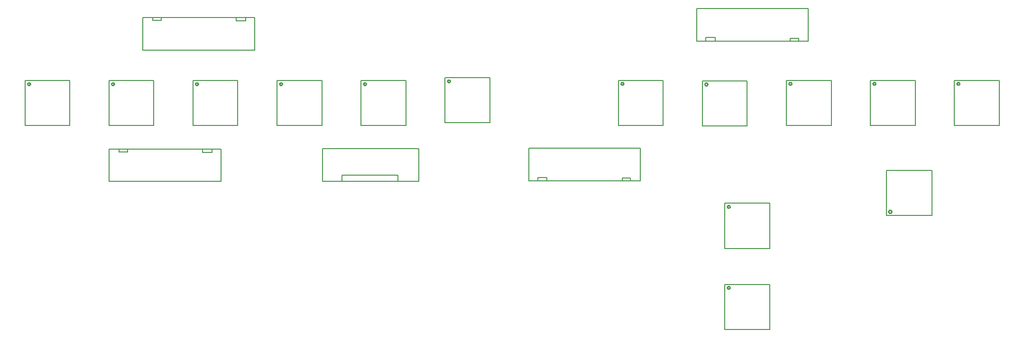
<source format=gm1>
G04*
G04 #@! TF.GenerationSoftware,Altium Limited,Altium Designer,20.2.6 (244)*
G04*
G04 Layer_Color=16711935*
%FSLAX25Y25*%
%MOIN*%
G70*
G04*
G04 #@! TF.SameCoordinates,84CE4F0F-00B1-48B8-8D41-A7CC789AE08E*
G04*
G04*
G04 #@! TF.FilePolarity,Positive*
G04*
G01*
G75*
%ADD10C,0.01000*%
%ADD11C,0.00787*%
%ADD33C,0.00700*%
D10*
X633494Y100492D02*
X632987Y101370D01*
X631974D01*
X631467Y100492D01*
X631974Y99615D01*
X632987D01*
X633494Y100492D01*
X746978Y97047D02*
X746471Y97925D01*
X745458D01*
X744951Y97047D01*
X745458Y96170D01*
X746471D01*
X746978Y97047D01*
X633494Y43406D02*
X632987Y44283D01*
X631974D01*
X631467Y43406D01*
X631974Y42528D01*
X632987D01*
X633494Y43406D01*
X794911Y187106D02*
X794404Y187984D01*
X793391D01*
X792884Y187106D01*
X793391Y186229D01*
X794404D01*
X794911Y187106D01*
X735856D02*
X735349Y187984D01*
X734336D01*
X733829Y187106D01*
X734336Y186229D01*
X735349D01*
X735856Y187106D01*
X676801D02*
X676294Y187984D01*
X675281D01*
X674774Y187106D01*
X675281Y186229D01*
X676294D01*
X676801Y187106D01*
X617746Y186713D02*
X617239Y187590D01*
X616226D01*
X615719Y186713D01*
X616226Y185835D01*
X617239D01*
X617746Y186713D01*
X558691Y187106D02*
X558184Y187984D01*
X557170D01*
X556664Y187106D01*
X557170Y186229D01*
X558184D01*
X558691Y187106D01*
X141660Y186937D02*
X141153Y187814D01*
X140140D01*
X139633Y186937D01*
X140140Y186059D01*
X141153D01*
X141660Y186937D01*
X200715D02*
X200208Y187814D01*
X199195D01*
X198688Y186937D01*
X199195Y186059D01*
X200208D01*
X200715Y186937D01*
X259770D02*
X259263Y187814D01*
X258250D01*
X257744Y186937D01*
X258250Y186059D01*
X259263D01*
X259770Y186937D01*
X318825D02*
X318319Y187814D01*
X317305D01*
X316799Y186937D01*
X317305Y186059D01*
X318319D01*
X318825Y186937D01*
X377880D02*
X377374Y187814D01*
X376360D01*
X375854Y186937D01*
X376360Y186059D01*
X377374D01*
X377880Y186937D01*
X436936Y188905D02*
X436429Y189783D01*
X435416D01*
X434909Y188905D01*
X435416Y188028D01*
X436429D01*
X436936Y188905D01*
D11*
X661319Y71161D02*
Y102854D01*
X629823Y71161D02*
X661319D01*
X629921Y102854D02*
X661319D01*
X629823Y102756D02*
X629921Y102854D01*
X629823Y71161D02*
Y102756D01*
X743602Y125886D02*
X775295D01*
Y94390D02*
Y125886D01*
X743602Y94488D02*
Y125886D01*
Y94488D02*
X743701Y94390D01*
X775295D01*
X661319Y14075D02*
Y45768D01*
X629823Y14075D02*
X661319D01*
X629921Y45768D02*
X661319D01*
X629823Y45669D02*
X629921Y45768D01*
X629823Y14075D02*
Y45669D01*
X822736Y157776D02*
Y189469D01*
X791240Y157776D02*
X822736D01*
X791339Y189469D02*
X822736D01*
X791240Y189370D02*
X791339Y189469D01*
X791240Y157776D02*
Y189370D01*
X763681Y157776D02*
Y189469D01*
X732185Y157776D02*
X763681D01*
X732283Y189469D02*
X763681D01*
X732185Y189370D02*
X732283Y189469D01*
X732185Y157776D02*
Y189370D01*
X704626Y157776D02*
Y189469D01*
X673130Y157776D02*
X704626D01*
X673228Y189469D02*
X704626D01*
X673130Y189370D02*
X673228Y189469D01*
X673130Y157776D02*
Y189370D01*
X645571Y157382D02*
Y189075D01*
X614075Y157382D02*
X645571D01*
X614173Y189075D02*
X645571D01*
X614075Y188976D02*
X614173Y189075D01*
X614075Y157382D02*
Y188976D01*
X586516Y157776D02*
Y189469D01*
X555020Y157776D02*
X586516D01*
X555118Y189469D02*
X586516D01*
X555020Y189370D02*
X555118Y189469D01*
X555020Y157776D02*
Y189370D01*
X169485Y157606D02*
Y189299D01*
X137989Y157606D02*
X169485D01*
X138088Y189299D02*
X169485D01*
X137989Y189201D02*
X138088Y189299D01*
X137989Y157606D02*
Y189201D01*
X228540Y157606D02*
Y189299D01*
X197044Y157606D02*
X228540D01*
X197143Y189299D02*
X228540D01*
X197044Y189201D02*
X197143Y189299D01*
X197044Y157606D02*
Y189201D01*
X287595Y157606D02*
Y189299D01*
X256099Y157606D02*
X287595D01*
X256198Y189299D02*
X287595D01*
X256099Y189201D02*
X256198Y189299D01*
X256099Y157606D02*
Y189201D01*
X346651Y157606D02*
Y189299D01*
X315154Y157606D02*
X346651D01*
X315253Y189299D02*
X346651D01*
X315154Y189201D02*
X315253Y189299D01*
X315154Y157606D02*
Y189201D01*
X405706Y157606D02*
Y189299D01*
X374210Y157606D02*
X405706D01*
X374308Y189299D02*
X405706D01*
X374210Y189201D02*
X374308Y189299D01*
X374210Y157606D02*
Y189201D01*
X464761Y159575D02*
Y191268D01*
X433265Y159575D02*
X464761D01*
X433363Y191268D02*
X464761D01*
X433265Y191169D02*
X433363Y191268D01*
X433265Y159575D02*
Y191169D01*
X557677Y118799D02*
Y120669D01*
X563583D01*
Y118996D02*
Y120669D01*
X504921Y118996D02*
Y121161D01*
X498327D02*
X504921D01*
X498327Y118996D02*
Y121161D01*
X492028Y141142D02*
Y141634D01*
X570472D01*
Y118701D02*
Y141634D01*
X492028Y118701D02*
X570472D01*
X492028D02*
Y141142D01*
X675787Y217224D02*
Y219094D01*
X681693D01*
Y217421D02*
Y219094D01*
X623031Y217421D02*
Y219587D01*
X616437D02*
X623031D01*
X616437Y217421D02*
Y219587D01*
X610138Y239567D02*
Y240059D01*
X688583D01*
Y217126D02*
Y240059D01*
X610138Y217126D02*
X688583D01*
X610138D02*
Y239567D01*
X210039Y139173D02*
Y141043D01*
X204134Y139173D02*
X210039D01*
X204134D02*
Y140847D01*
X262795Y138681D02*
Y140847D01*
Y138681D02*
X269390D01*
Y140847D01*
X275689Y118209D02*
Y118701D01*
X197244Y118209D02*
X275689D01*
X197244D02*
Y141142D01*
X275689D01*
Y118701D02*
Y141142D01*
X233661Y231693D02*
Y233563D01*
X227756Y231693D02*
X233661D01*
X227756D02*
Y233366D01*
X286417Y231201D02*
Y233366D01*
Y231201D02*
X293012D01*
Y233366D01*
X299311Y210728D02*
Y211221D01*
X220866Y210728D02*
X299311D01*
X220866D02*
Y233662D01*
X299311D01*
Y211221D02*
Y233662D01*
D33*
X400227Y118753D02*
Y122553D01*
X360627D02*
X400227D01*
X360627Y118653D02*
Y122553D01*
X346968Y141339D02*
X414685D01*
X346968Y118504D02*
Y141339D01*
Y118504D02*
X414685D01*
Y141339D01*
X346968Y137008D02*
Y137402D01*
M02*

</source>
